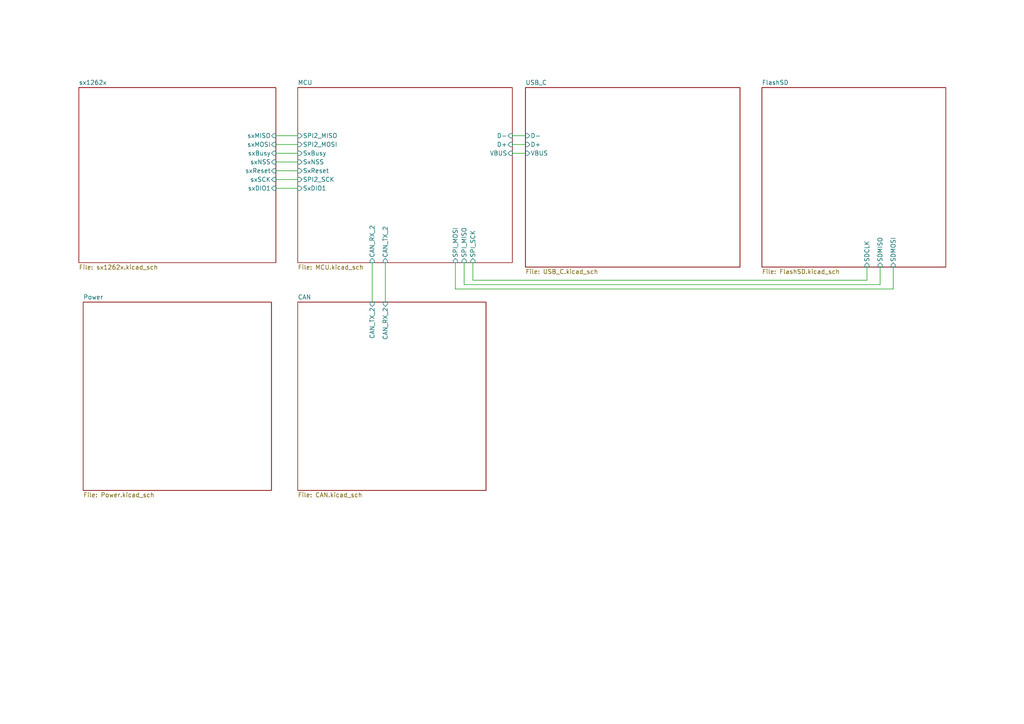
<source format=kicad_sch>
(kicad_sch
	(version 20250114)
	(generator "eeschema")
	(generator_version "9.0")
	(uuid "e72bc999-a506-4a63-8c4b-c84561b55f6d")
	(paper "A4")
	(lib_symbols)
	(wire
		(pts
			(xy 259.08 83.82) (xy 259.08 77.47)
		)
		(stroke
			(width 0)
			(type default)
		)
		(uuid "03edaa28-97e0-4f8d-b9d1-0486336dc43d")
	)
	(wire
		(pts
			(xy 134.62 82.55) (xy 134.62 76.2)
		)
		(stroke
			(width 0)
			(type default)
		)
		(uuid "04077d3d-d913-4f0f-9014-0b3da6a01e27")
	)
	(wire
		(pts
			(xy 255.27 82.55) (xy 134.62 82.55)
		)
		(stroke
			(width 0)
			(type default)
		)
		(uuid "0a77d06e-e6b4-4ed9-b3e6-9a080a5029a6")
	)
	(wire
		(pts
			(xy 251.46 81.28) (xy 251.46 77.47)
		)
		(stroke
			(width 0)
			(type default)
		)
		(uuid "22d64e74-dbe6-4e7f-bd0d-583b5b77c6aa")
	)
	(wire
		(pts
			(xy 80.01 46.99) (xy 86.36 46.99)
		)
		(stroke
			(width 0)
			(type default)
		)
		(uuid "2bed3dc7-d12b-462d-9122-94ba0ad991f2")
	)
	(wire
		(pts
			(xy 107.95 76.2) (xy 107.95 87.63)
		)
		(stroke
			(width 0)
			(type default)
		)
		(uuid "51359e26-aa1c-4cd6-8763-479181f5602e")
	)
	(wire
		(pts
			(xy 111.76 76.2) (xy 111.76 87.63)
		)
		(stroke
			(width 0)
			(type default)
		)
		(uuid "754f0cd0-f932-4cf0-a116-197d35f10e4f")
	)
	(wire
		(pts
			(xy 148.59 39.37) (xy 152.4 39.37)
		)
		(stroke
			(width 0)
			(type default)
		)
		(uuid "95bbd739-48ab-40c3-b38f-4759de471e04")
	)
	(wire
		(pts
			(xy 132.08 76.2) (xy 132.08 83.82)
		)
		(stroke
			(width 0)
			(type default)
		)
		(uuid "9be16dcb-35f5-4ea7-9934-9b4f989f80f2")
	)
	(wire
		(pts
			(xy 137.16 76.2) (xy 137.16 81.28)
		)
		(stroke
			(width 0)
			(type default)
		)
		(uuid "a2123224-ff51-4157-a9f3-c4aa74cb8377")
	)
	(wire
		(pts
			(xy 80.01 44.45) (xy 86.36 44.45)
		)
		(stroke
			(width 0)
			(type default)
		)
		(uuid "a2eba389-0251-492a-95f8-c9788d6586a3")
	)
	(wire
		(pts
			(xy 80.01 54.61) (xy 86.36 54.61)
		)
		(stroke
			(width 0)
			(type default)
		)
		(uuid "af5d63ea-760b-484a-8948-f8f633114bcd")
	)
	(wire
		(pts
			(xy 132.08 83.82) (xy 259.08 83.82)
		)
		(stroke
			(width 0)
			(type default)
		)
		(uuid "bb7323c2-9b9d-4d1f-81dd-a0d9eff378af")
	)
	(wire
		(pts
			(xy 148.59 44.45) (xy 152.4 44.45)
		)
		(stroke
			(width 0)
			(type default)
		)
		(uuid "bff8b5b1-e4cc-457d-bac8-fd93a7c5dd31")
	)
	(wire
		(pts
			(xy 148.59 41.91) (xy 152.4 41.91)
		)
		(stroke
			(width 0)
			(type default)
		)
		(uuid "d0a8d094-ca14-496e-bfee-89963543a7db")
	)
	(wire
		(pts
			(xy 137.16 81.28) (xy 251.46 81.28)
		)
		(stroke
			(width 0)
			(type default)
		)
		(uuid "d3433fab-85b5-4da5-9061-930888e9951f")
	)
	(wire
		(pts
			(xy 80.01 41.91) (xy 86.36 41.91)
		)
		(stroke
			(width 0)
			(type default)
		)
		(uuid "d74c2dc8-b0e1-4578-a818-da98fb336ad9")
	)
	(wire
		(pts
			(xy 255.27 77.47) (xy 255.27 82.55)
		)
		(stroke
			(width 0)
			(type default)
		)
		(uuid "dcc465ab-68c7-4fed-806f-d9967018c94c")
	)
	(wire
		(pts
			(xy 80.01 49.53) (xy 86.36 49.53)
		)
		(stroke
			(width 0)
			(type default)
		)
		(uuid "e767fd6c-b128-44a4-9f0a-071c5380f7c0")
	)
	(wire
		(pts
			(xy 80.01 39.37) (xy 86.36 39.37)
		)
		(stroke
			(width 0)
			(type default)
		)
		(uuid "e9107ddb-db54-45c8-9fec-394e4e27b941")
	)
	(wire
		(pts
			(xy 80.01 52.07) (xy 86.36 52.07)
		)
		(stroke
			(width 0)
			(type default)
		)
		(uuid "fa48ae92-bc0f-4a8c-a5df-9201e0cc7be6")
	)
	(sheet
		(at 24.13 87.63)
		(size 54.61 54.61)
		(exclude_from_sim no)
		(in_bom yes)
		(on_board yes)
		(dnp no)
		(fields_autoplaced yes)
		(stroke
			(width 0.1524)
			(type solid)
		)
		(fill
			(color 0 0 0 0.0000)
		)
		(uuid "2745ff01-00b1-4c90-8c16-65dfe2a981b2")
		(property "Sheetname" "Power"
			(at 24.13 86.9184 0)
			(effects
				(font
					(size 1.27 1.27)
				)
				(justify left bottom)
			)
		)
		(property "Sheetfile" "Power.kicad_sch"
			(at 24.13 142.8246 0)
			(effects
				(font
					(size 1.27 1.27)
				)
				(justify left top)
			)
		)
		(instances
			(project "sx1262xBoard"
				(path "/e72bc999-a506-4a63-8c4b-c84561b55f6d"
					(page "6")
				)
			)
		)
	)
	(sheet
		(at 152.4 25.4)
		(size 62.23 52.07)
		(exclude_from_sim no)
		(in_bom yes)
		(on_board yes)
		(dnp no)
		(fields_autoplaced yes)
		(stroke
			(width 0.1524)
			(type solid)
		)
		(fill
			(color 0 0 0 0.0000)
		)
		(uuid "3bb3cd23-0a7e-4579-8d0d-52812beb7407")
		(property "Sheetname" "USB_C"
			(at 152.4 24.6884 0)
			(effects
				(font
					(size 1.27 1.27)
				)
				(justify left bottom)
			)
		)
		(property "Sheetfile" "USB_C.kicad_sch"
			(at 152.4 78.0546 0)
			(effects
				(font
					(size 1.27 1.27)
				)
				(justify left top)
			)
		)
		(pin "D+" input
			(at 152.4 41.91 180)
			(uuid "399481fc-38db-4a16-8038-c6bf33688a2d")
			(effects
				(font
					(size 1.27 1.27)
				)
				(justify left)
			)
		)
		(pin "D-" input
			(at 152.4 39.37 180)
			(uuid "5b4d69f0-330d-4fe1-8344-e7fad3e200c1")
			(effects
				(font
					(size 1.27 1.27)
				)
				(justify left)
			)
		)
		(pin "VBUS" input
			(at 152.4 44.45 180)
			(uuid "8019b03e-af72-46b4-a374-9ff45b090c5c")
			(effects
				(font
					(size 1.27 1.27)
				)
				(justify left)
			)
		)
		(instances
			(project "sx1262xBoard"
				(path "/e72bc999-a506-4a63-8c4b-c84561b55f6d"
					(page "4")
				)
			)
		)
	)
	(sheet
		(at 86.36 87.63)
		(size 54.61 54.61)
		(exclude_from_sim no)
		(in_bom yes)
		(on_board yes)
		(dnp no)
		(fields_autoplaced yes)
		(stroke
			(width 0.1524)
			(type solid)
		)
		(fill
			(color 0 0 0 0.0000)
		)
		(uuid "9ec9a3b2-3492-425a-a103-29f5d328dd49")
		(property "Sheetname" "CAN"
			(at 86.36 86.9184 0)
			(effects
				(font
					(size 1.27 1.27)
				)
				(justify left bottom)
			)
		)
		(property "Sheetfile" "CAN.kicad_sch"
			(at 86.36 142.8246 0)
			(effects
				(font
					(size 1.27 1.27)
				)
				(justify left top)
			)
		)
		(pin "CAN_RX_2" input
			(at 111.76 87.63 90)
			(uuid "a0f1bdf2-60b9-4725-896f-5c31cb6cc930")
			(effects
				(font
					(size 1.27 1.27)
				)
				(justify right)
			)
		)
		(pin "CAN_TX_2" input
			(at 107.95 87.63 90)
			(uuid "fb87f198-8af2-44e6-b7e6-6da68d85d86a")
			(effects
				(font
					(size 1.27 1.27)
				)
				(justify right)
			)
		)
		(instances
			(project "sx1262xBoard"
				(path "/e72bc999-a506-4a63-8c4b-c84561b55f6d"
					(page "7")
				)
			)
		)
	)
	(sheet
		(at 86.36 25.4)
		(size 62.23 50.8)
		(exclude_from_sim no)
		(in_bom yes)
		(on_board yes)
		(dnp no)
		(fields_autoplaced yes)
		(stroke
			(width 0.1524)
			(type solid)
		)
		(fill
			(color 0 0 0 0.0000)
		)
		(uuid "aa8a084c-ede5-46ce-ae2f-050c108ff592")
		(property "Sheetname" "MCU"
			(at 86.36 24.6884 0)
			(effects
				(font
					(size 1.27 1.27)
				)
				(justify left bottom)
			)
		)
		(property "Sheetfile" "MCU.kicad_sch"
			(at 86.36 76.7846 0)
			(effects
				(font
					(size 1.27 1.27)
				)
				(justify left top)
			)
		)
		(pin "CAN_RX_2" input
			(at 107.95 76.2 270)
			(uuid "39e304e4-2364-46cf-89ce-621d185783c6")
			(effects
				(font
					(size 1.27 1.27)
				)
				(justify left)
			)
		)
		(pin "CAN_TX_2" input
			(at 111.76 76.2 270)
			(uuid "ef9b2e64-5f59-4040-8390-fe006ffedd55")
			(effects
				(font
					(size 1.27 1.27)
				)
				(justify left)
			)
		)
		(pin "D+" input
			(at 148.59 41.91 0)
			(uuid "80aefda8-7ec3-4fbd-bd3a-cbbcf93ac378")
			(effects
				(font
					(size 1.27 1.27)
				)
				(justify right)
			)
		)
		(pin "D-" input
			(at 148.59 39.37 0)
			(uuid "47b31e85-30d6-42b4-a10a-77cc9ddf7833")
			(effects
				(font
					(size 1.27 1.27)
				)
				(justify right)
			)
		)
		(pin "SPI_MISO" input
			(at 134.62 76.2 270)
			(uuid "286195c1-31d8-459d-b6ac-b7964ea16e1e")
			(effects
				(font
					(size 1.27 1.27)
				)
				(justify left)
			)
		)
		(pin "SPI_MOSI" input
			(at 132.08 76.2 270)
			(uuid "e138776a-321c-4024-b20e-da1ed62d1486")
			(effects
				(font
					(size 1.27 1.27)
				)
				(justify left)
			)
		)
		(pin "SPI_SCK" input
			(at 137.16 76.2 270)
			(uuid "c780edec-6cea-437d-8075-047ec4d3006e")
			(effects
				(font
					(size 1.27 1.27)
				)
				(justify left)
			)
		)
		(pin "VBUS" input
			(at 148.59 44.45 0)
			(uuid "274e0a5b-4f46-4ea3-aa68-e6c15ad31580")
			(effects
				(font
					(size 1.27 1.27)
				)
				(justify right)
			)
		)
		(pin "SPI2_MISO" input
			(at 86.36 39.37 180)
			(uuid "56631b99-1193-4b8a-89a2-9832fd8487f0")
			(effects
				(font
					(size 1.27 1.27)
				)
				(justify left)
			)
		)
		(pin "SPI2_MOSI" input
			(at 86.36 41.91 180)
			(uuid "84075d23-fa7a-4440-a60c-ca85834dbfba")
			(effects
				(font
					(size 1.27 1.27)
				)
				(justify left)
			)
		)
		(pin "SxBusy" input
			(at 86.36 44.45 180)
			(uuid "e31c960b-2d7a-41cf-932f-16d93d09a0fb")
			(effects
				(font
					(size 1.27 1.27)
				)
				(justify left)
			)
		)
		(pin "SxNSS" input
			(at 86.36 46.99 180)
			(uuid "20c3ebfd-2bea-44da-b253-bbcbcbec5d6d")
			(effects
				(font
					(size 1.27 1.27)
				)
				(justify left)
			)
		)
		(pin "SxReset" input
			(at 86.36 49.53 180)
			(uuid "0aeacdf1-e293-4339-b54c-3c5d978f06e8")
			(effects
				(font
					(size 1.27 1.27)
				)
				(justify left)
			)
		)
		(pin "SPI2_SCK" input
			(at 86.36 52.07 180)
			(uuid "f499a27c-1f25-4e14-afdd-d57f4752610f")
			(effects
				(font
					(size 1.27 1.27)
				)
				(justify left)
			)
		)
		(pin "SxDIO1" input
			(at 86.36 54.61 180)
			(uuid "b34ff299-85bb-4306-9356-2acfad7b5daf")
			(effects
				(font
					(size 1.27 1.27)
				)
				(justify left)
			)
		)
		(instances
			(project "sx1262xBoard"
				(path "/e72bc999-a506-4a63-8c4b-c84561b55f6d"
					(page "3")
				)
			)
		)
	)
	(sheet
		(at 22.86 25.4)
		(size 57.15 50.8)
		(exclude_from_sim no)
		(in_bom yes)
		(on_board yes)
		(dnp no)
		(fields_autoplaced yes)
		(stroke
			(width 0.1524)
			(type solid)
		)
		(fill
			(color 0 0 0 0.0000)
		)
		(uuid "bc0900c1-72ff-4ed6-8794-17ac21c6a147")
		(property "Sheetname" "sx1262x"
			(at 22.86 24.6884 0)
			(effects
				(font
					(size 1.27 1.27)
				)
				(justify left bottom)
			)
		)
		(property "Sheetfile" "sx1262x.kicad_sch"
			(at 22.86 76.7846 0)
			(effects
				(font
					(size 1.27 1.27)
				)
				(justify left top)
			)
		)
		(pin "sxBusy" input
			(at 80.01 44.45 0)
			(uuid "9c982fa8-b5c7-4f56-aea1-73c6534d8ff4")
			(effects
				(font
					(size 1.27 1.27)
				)
				(justify right)
			)
		)
		(pin "sxDIO1" input
			(at 80.01 54.61 0)
			(uuid "28413d0d-6bc8-429e-86f2-559aa1677d6b")
			(effects
				(font
					(size 1.27 1.27)
				)
				(justify right)
			)
		)
		(pin "sxMOSI" input
			(at 80.01 41.91 0)
			(uuid "3423cb45-79cf-417b-8768-e18bdd94b781")
			(effects
				(font
					(size 1.27 1.27)
				)
				(justify right)
			)
		)
		(pin "sxNSS" input
			(at 80.01 46.99 0)
			(uuid "bd22f1f8-2fc7-41b5-b022-4f26924262f9")
			(effects
				(font
					(size 1.27 1.27)
				)
				(justify right)
			)
		)
		(pin "sxReset" input
			(at 80.01 49.53 0)
			(uuid "f7f8214a-6acf-4b79-831c-99252697b14a")
			(effects
				(font
					(size 1.27 1.27)
				)
				(justify right)
			)
		)
		(pin "sxSCK" input
			(at 80.01 52.07 0)
			(uuid "840c308c-eef1-44f2-95d7-447041089598")
			(effects
				(font
					(size 1.27 1.27)
				)
				(justify right)
			)
		)
		(pin "sxMISO" input
			(at 80.01 39.37 0)
			(uuid "b726f6d9-c4cc-4131-8671-9691788baa71")
			(effects
				(font
					(size 1.27 1.27)
				)
				(justify right)
			)
		)
		(instances
			(project "sx1262xBoard"
				(path "/e72bc999-a506-4a63-8c4b-c84561b55f6d"
					(page "2")
				)
			)
		)
	)
	(sheet
		(at 220.98 25.4)
		(size 53.34 52.07)
		(exclude_from_sim no)
		(in_bom yes)
		(on_board yes)
		(dnp no)
		(fields_autoplaced yes)
		(stroke
			(width 0.1524)
			(type solid)
		)
		(fill
			(color 0 0 0 0.0000)
		)
		(uuid "d84ce4e3-98d4-420e-b119-fe3020ec19b1")
		(property "Sheetname" "FlashSD"
			(at 220.98 24.6884 0)
			(effects
				(font
					(size 1.27 1.27)
				)
				(justify left bottom)
			)
		)
		(property "Sheetfile" "FlashSD.kicad_sch"
			(at 220.98 78.0546 0)
			(effects
				(font
					(size 1.27 1.27)
				)
				(justify left top)
			)
		)
		(pin "SDCLK" input
			(at 251.46 77.47 270)
			(uuid "38c18d7d-6b45-44e0-b252-aed257c9db00")
			(effects
				(font
					(size 1.27 1.27)
				)
				(justify left)
			)
		)
		(pin "SDMISO" input
			(at 255.27 77.47 270)
			(uuid "0d95fde4-8ea9-45f3-8db3-54b80e0e75dd")
			(effects
				(font
					(size 1.27 1.27)
				)
				(justify left)
			)
		)
		(pin "SDMOSI" input
			(at 259.08 77.47 270)
			(uuid "7d8d3b76-9a63-4953-aa56-361d4708a38b")
			(effects
				(font
					(size 1.27 1.27)
				)
				(justify left)
			)
		)
		(instances
			(project "sx1262xBoard"
				(path "/e72bc999-a506-4a63-8c4b-c84561b55f6d"
					(page "5")
				)
			)
		)
	)
	(sheet_instances
		(path "/"
			(page "1")
		)
	)
	(embedded_fonts no)
)

</source>
